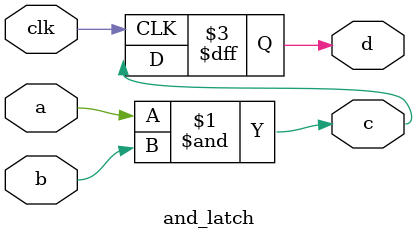
<source format=v>
`timescale 1ns / 1ps

module and_latch(
  a,
  b,
  clk,
  c,
  d);

input wire clk;

input wire a;
input wire b;
output wire c;
output reg d;

assign c = a & b;

always @(posedge clk) begin
  d <= c;
end

endmodule

</source>
